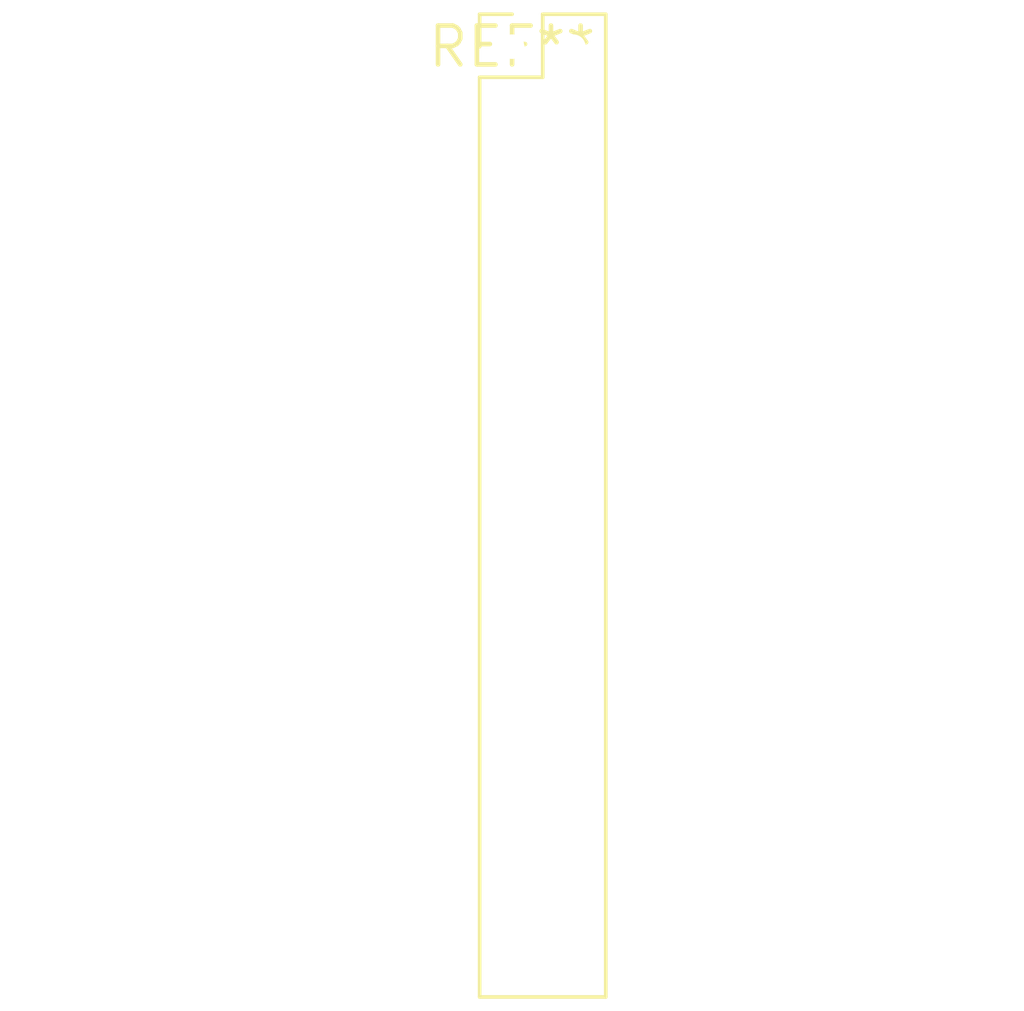
<source format=kicad_pcb>
(kicad_pcb (version 20240108) (generator pcbnew)
  (layers (0 "F.Cu" signal) (31 "B.Cu" signal) (34 "B.Paste" user) (35 "F.Paste" user) (36 "B.SilkS" user "B.Silkscreen") (37 "F.SilkS" user "F.Silkscreen") (38 "B.Mask" user) (39 "F.Mask" user) (44 "Edge.Cuts" user))
  (net 0 "")
  (footprint "PinHeader_2x16_P2.00mm_Vertical" (layer "F.Cu") (at 0 0)
    (property "Reference" "REF**")
    (property "Value" "PinHeader_2x16_P2.00mm_Vertical")
    (fp_line (start -1.06 -1.06) (end 0 -1.06) (layer "F.SilkS") (stroke (width 0.12)))
    (fp_line (start -1.06 0) (end -1.06 -1.06) (layer "F.SilkS") (stroke (width 0.12)))
    (fp_line (start -1.06 1) (end -1.06 31.06) (layer "F.SilkS") (stroke (width 0.12)))
    (fp_line (start -1.06 1) (end 1 1) (layer "F.SilkS") (stroke (width 0.12)))
    (fp_line (start -1.06 31.06) (end 3.06 31.06) (layer "F.SilkS") (stroke (width 0.12)))
    (fp_line (start 1 -1.06) (end 3.06 -1.06) (layer "F.SilkS") (stroke (width 0.12)))
    (fp_line (start 1 1) (end 1 -1.06) (layer "F.SilkS") (stroke (width 0.12)))
    (fp_line (start 3.06 -1.06) (end 3.06 31.06) (layer "F.SilkS") (stroke (width 0.12)))
    (pad "1" thru_hole rect (at 0 0) (size 1.35 1.35) (drill 0.8) (layers *.Cu *.Mask) (remove_unused_layers))
    (pad "2" thru_hole oval (at 2 0) (size 1.35 1.35) (drill 0.8) (layers *.Cu *.Mask) (remove_unused_layers))
    (pad "3" thru_hole oval (at 0 2) (size 1.35 1.35) (drill 0.8) (layers *.Cu *.Mask) (remove_unused_layers))
    (pad "4" thru_hole oval (at 2 2) (size 1.35 1.35) (drill 0.8) (layers *.Cu *.Mask) (remove_unused_layers))
    (pad "5" thru_hole oval (at 0 4) (size 1.35 1.35) (drill 0.8) (layers *.Cu *.Mask) (remove_unused_layers))
    (pad "6" thru_hole oval (at 2 4) (size 1.35 1.35) (drill 0.8) (layers *.Cu *.Mask) (remove_unused_layers))
    (pad "7" thru_hole oval (at 0 6) (size 1.35 1.35) (drill 0.8) (layers *.Cu *.Mask) (remove_unused_layers))
    (pad "8" thru_hole oval (at 2 6) (size 1.35 1.35) (drill 0.8) (layers *.Cu *.Mask) (remove_unused_layers))
    (pad "9" thru_hole oval (at 0 8) (size 1.35 1.35) (drill 0.8) (layers *.Cu *.Mask) (remove_unused_layers))
    (pad "10" thru_hole oval (at 2 8) (size 1.35 1.35) (drill 0.8) (layers *.Cu *.Mask) (remove_unused_layers))
    (pad "11" thru_hole oval (at 0 10) (size 1.35 1.35) (drill 0.8) (layers *.Cu *.Mask) (remove_unused_layers))
    (pad "12" thru_hole oval (at 2 10) (size 1.35 1.35) (drill 0.8) (layers *.Cu *.Mask) (remove_unused_layers))
    (pad "13" thru_hole oval (at 0 12) (size 1.35 1.35) (drill 0.8) (layers *.Cu *.Mask) (remove_unused_layers))
    (pad "14" thru_hole oval (at 2 12) (size 1.35 1.35) (drill 0.8) (layers *.Cu *.Mask) (remove_unused_layers))
    (pad "15" thru_hole oval (at 0 14) (size 1.35 1.35) (drill 0.8) (layers *.Cu *.Mask) (remove_unused_layers))
    (pad "16" thru_hole oval (at 2 14) (size 1.35 1.35) (drill 0.8) (layers *.Cu *.Mask) (remove_unused_layers))
    (pad "17" thru_hole oval (at 0 16) (size 1.35 1.35) (drill 0.8) (layers *.Cu *.Mask) (remove_unused_layers))
    (pad "18" thru_hole oval (at 2 16) (size 1.35 1.35) (drill 0.8) (layers *.Cu *.Mask) (remove_unused_layers))
    (pad "19" thru_hole oval (at 0 18) (size 1.35 1.35) (drill 0.8) (layers *.Cu *.Mask) (remove_unused_layers))
    (pad "20" thru_hole oval (at 2 18) (size 1.35 1.35) (drill 0.8) (layers *.Cu *.Mask) (remove_unused_layers))
    (pad "21" thru_hole oval (at 0 20) (size 1.35 1.35) (drill 0.8) (layers *.Cu *.Mask) (remove_unused_layers))
    (pad "22" thru_hole oval (at 2 20) (size 1.35 1.35) (drill 0.8) (layers *.Cu *.Mask) (remove_unused_layers))
    (pad "23" thru_hole oval (at 0 22) (size 1.35 1.35) (drill 0.8) (layers *.Cu *.Mask) (remove_unused_layers))
    (pad "24" thru_hole oval (at 2 22) (size 1.35 1.35) (drill 0.8) (layers *.Cu *.Mask) (remove_unused_layers))
    (pad "25" thru_hole oval (at 0 24) (size 1.35 1.35) (drill 0.8) (layers *.Cu *.Mask) (remove_unused_layers))
    (pad "26" thru_hole oval (at 2 24) (size 1.35 1.35) (drill 0.8) (layers *.Cu *.Mask) (remove_unused_layers))
    (pad "27" thru_hole oval (at 0 26) (size 1.35 1.35) (drill 0.8) (layers *.Cu *.Mask) (remove_unused_layers))
    (pad "28" thru_hole oval (at 2 26) (size 1.35 1.35) (drill 0.8) (layers *.Cu *.Mask) (remove_unused_layers))
    (pad "29" thru_hole oval (at 0 28) (size 1.35 1.35) (drill 0.8) (layers *.Cu *.Mask) (remove_unused_layers))
    (pad "30" thru_hole oval (at 2 28) (size 1.35 1.35) (drill 0.8) (layers *.Cu *.Mask) (remove_unused_layers))
    (pad "31" thru_hole oval (at 0 30) (size 1.35 1.35) (drill 0.8) (layers *.Cu *.Mask) (remove_unused_layers))
    (pad "32" thru_hole oval (at 2 30) (size 1.35 1.35) (drill 0.8) (layers *.Cu *.Mask) (remove_unused_layers))
  )
)
</source>
